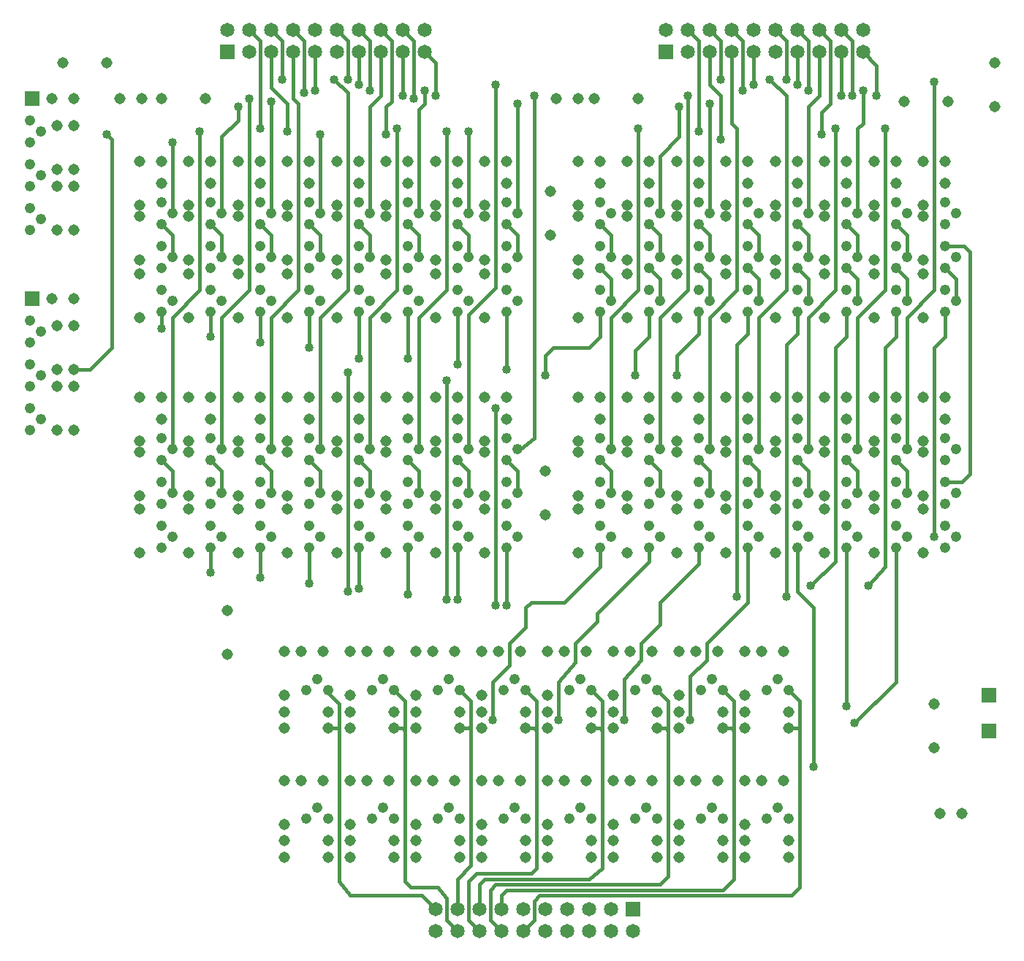
<source format=gtl>
G75*
G70*
%OFA0B0*%
%FSLAX24Y24*%
%IPPOS*%
%LPD*%
%AMOC8*
5,1,8,0,0,1.08239X$1,22.5*
%
%ADD10C,0.0476*%
%ADD11C,0.0515*%
%ADD12R,0.0650X0.0650*%
%ADD13C,0.0650*%
%ADD14R,0.0709X0.0709*%
%ADD15C,0.0160*%
%ADD16C,0.0400*%
D10*
X016285Y009250D03*
X016785Y009750D03*
X017285Y009250D03*
X019285Y009250D03*
X019785Y009750D03*
X020285Y009250D03*
X022285Y009250D03*
X022785Y009750D03*
X023285Y009250D03*
X025285Y009250D03*
X025785Y009750D03*
X026285Y009250D03*
X028285Y009250D03*
X028785Y009750D03*
X029285Y009250D03*
X031285Y009250D03*
X031785Y009750D03*
X032285Y009250D03*
X034285Y009250D03*
X034785Y009750D03*
X035285Y009250D03*
X037285Y009250D03*
X037785Y009750D03*
X038285Y009250D03*
X038285Y015125D03*
X037785Y015625D03*
X037285Y015125D03*
X035285Y015125D03*
X034785Y015625D03*
X034285Y015125D03*
X032285Y015125D03*
X031785Y015625D03*
X031285Y015125D03*
X029285Y015125D03*
X028785Y015625D03*
X028285Y015125D03*
X026285Y015125D03*
X025785Y015625D03*
X025285Y015125D03*
X023285Y015125D03*
X022785Y015625D03*
X022285Y015125D03*
X020285Y015125D03*
X019785Y015625D03*
X019285Y015125D03*
X017285Y015125D03*
X016785Y015625D03*
X016285Y015125D03*
X016410Y021625D03*
X016910Y022125D03*
X016410Y022625D03*
X016410Y023625D03*
X016910Y024125D03*
X016410Y024625D03*
X016410Y025625D03*
X016910Y026125D03*
X016410Y026625D03*
X014660Y026125D03*
X014160Y025625D03*
X014160Y024625D03*
X014660Y024125D03*
X014160Y023625D03*
X014160Y022625D03*
X014660Y022125D03*
X014160Y021625D03*
X012410Y022125D03*
X011910Y021625D03*
X011910Y022625D03*
X011910Y023625D03*
X012410Y024125D03*
X011910Y024625D03*
X011910Y025625D03*
X012410Y026125D03*
X011910Y026625D03*
X010160Y026125D03*
X009660Y025625D03*
X009660Y024625D03*
X010160Y024125D03*
X009660Y023625D03*
X009660Y022625D03*
X010160Y022125D03*
X009660Y021625D03*
X009660Y026625D03*
X014160Y026625D03*
X018660Y026625D03*
X019160Y026125D03*
X018660Y025625D03*
X018660Y024625D03*
X019160Y024125D03*
X018660Y023625D03*
X018660Y022625D03*
X019160Y022125D03*
X018660Y021625D03*
X020910Y021625D03*
X021410Y022125D03*
X020910Y022625D03*
X020910Y023625D03*
X021410Y024125D03*
X020910Y024625D03*
X020910Y025625D03*
X021410Y026125D03*
X020910Y026625D03*
X023160Y026625D03*
X023660Y026125D03*
X023160Y025625D03*
X023160Y024625D03*
X023660Y024125D03*
X023160Y023625D03*
X023160Y022625D03*
X023660Y022125D03*
X023160Y021625D03*
X025410Y021625D03*
X025910Y022125D03*
X025410Y022625D03*
X025410Y023625D03*
X025910Y024125D03*
X025410Y024625D03*
X025410Y025625D03*
X025910Y026125D03*
X025410Y026625D03*
X029660Y026625D03*
X030160Y026125D03*
X029660Y025625D03*
X029660Y024625D03*
X030160Y024125D03*
X029660Y023625D03*
X029660Y022625D03*
X030160Y022125D03*
X029660Y021625D03*
X031910Y021625D03*
X032410Y022125D03*
X031910Y022625D03*
X031910Y023625D03*
X032410Y024125D03*
X031910Y024625D03*
X031910Y025625D03*
X032410Y026125D03*
X031910Y026625D03*
X034160Y026625D03*
X034660Y026125D03*
X034160Y025625D03*
X034160Y024625D03*
X034660Y024125D03*
X034160Y023625D03*
X034160Y022625D03*
X034660Y022125D03*
X034160Y021625D03*
X036410Y021625D03*
X036910Y022125D03*
X036410Y022625D03*
X036410Y023625D03*
X036910Y024125D03*
X036410Y024625D03*
X036410Y025625D03*
X036910Y026125D03*
X036410Y026625D03*
X038660Y026625D03*
X039160Y026125D03*
X038660Y025625D03*
X038660Y024625D03*
X039160Y024125D03*
X038660Y023625D03*
X038660Y022625D03*
X039160Y022125D03*
X038660Y021625D03*
X040910Y021625D03*
X041410Y022125D03*
X040910Y022625D03*
X040910Y023625D03*
X041410Y024125D03*
X040910Y024625D03*
X040910Y025625D03*
X041410Y026125D03*
X040910Y026625D03*
X043160Y026625D03*
X043660Y026125D03*
X043160Y025625D03*
X043160Y024625D03*
X043660Y024125D03*
X043160Y023625D03*
X043160Y022625D03*
X043660Y022125D03*
X043160Y021625D03*
X045410Y021625D03*
X045910Y022125D03*
X045410Y022625D03*
X045410Y023625D03*
X045910Y024125D03*
X045410Y024625D03*
X045410Y025625D03*
X045910Y026125D03*
X045410Y026625D03*
X045410Y032375D03*
X045910Y032875D03*
X045410Y033375D03*
X045410Y034375D03*
X045910Y034875D03*
X045410Y035375D03*
X045410Y036375D03*
X045910Y036875D03*
X045410Y037375D03*
X043660Y036875D03*
X043160Y036375D03*
X043160Y035375D03*
X043660Y034875D03*
X043160Y034375D03*
X043160Y033375D03*
X043660Y032875D03*
X043160Y032375D03*
X041410Y032875D03*
X040910Y032375D03*
X040910Y033375D03*
X040910Y034375D03*
X041410Y034875D03*
X040910Y035375D03*
X040910Y036375D03*
X041410Y036875D03*
X040910Y037375D03*
X039160Y036875D03*
X038660Y036375D03*
X038660Y035375D03*
X039160Y034875D03*
X038660Y034375D03*
X038660Y033375D03*
X039160Y032875D03*
X038660Y032375D03*
X036910Y032875D03*
X036410Y032375D03*
X036410Y033375D03*
X036410Y034375D03*
X036910Y034875D03*
X036410Y035375D03*
X036410Y036375D03*
X036910Y036875D03*
X036410Y037375D03*
X034660Y036875D03*
X034160Y036375D03*
X034160Y035375D03*
X034660Y034875D03*
X034160Y034375D03*
X034160Y033375D03*
X034660Y032875D03*
X034160Y032375D03*
X032410Y032875D03*
X031910Y032375D03*
X031910Y033375D03*
X031910Y034375D03*
X032410Y034875D03*
X031910Y035375D03*
X031910Y036375D03*
X032410Y036875D03*
X031910Y037375D03*
X030160Y036875D03*
X029660Y036375D03*
X029660Y035375D03*
X030160Y034875D03*
X029660Y034375D03*
X029660Y033375D03*
X030160Y032875D03*
X029660Y032375D03*
X025910Y032875D03*
X025410Y032375D03*
X025410Y033375D03*
X025410Y034375D03*
X025910Y034875D03*
X025410Y035375D03*
X025410Y036375D03*
X025910Y036875D03*
X025410Y037375D03*
X023660Y036875D03*
X023160Y036375D03*
X023160Y035375D03*
X023660Y034875D03*
X023160Y034375D03*
X023160Y033375D03*
X023660Y032875D03*
X023160Y032375D03*
X021410Y032875D03*
X020910Y032375D03*
X020910Y033375D03*
X020910Y034375D03*
X021410Y034875D03*
X020910Y035375D03*
X020910Y036375D03*
X021410Y036875D03*
X020910Y037375D03*
X019160Y036875D03*
X018660Y036375D03*
X018660Y035375D03*
X019160Y034875D03*
X018660Y034375D03*
X018660Y033375D03*
X019160Y032875D03*
X018660Y032375D03*
X016910Y032875D03*
X016410Y032375D03*
X016410Y033375D03*
X016410Y034375D03*
X016910Y034875D03*
X016410Y035375D03*
X016410Y036375D03*
X016910Y036875D03*
X016410Y037375D03*
X014660Y036875D03*
X014160Y036375D03*
X014160Y035375D03*
X014660Y034875D03*
X014160Y034375D03*
X014160Y033375D03*
X014660Y032875D03*
X014160Y032375D03*
X012410Y032875D03*
X011910Y032375D03*
X011910Y033375D03*
X011910Y034375D03*
X012410Y034875D03*
X011910Y035375D03*
X011910Y036375D03*
X012410Y036875D03*
X011910Y037375D03*
X010160Y036875D03*
X009660Y036375D03*
X009660Y035375D03*
X010160Y034875D03*
X009660Y034375D03*
X009660Y033375D03*
X010160Y032875D03*
X009660Y032375D03*
X009660Y037375D03*
X014160Y037375D03*
X018660Y037375D03*
X023160Y037375D03*
X029660Y037375D03*
X034160Y037375D03*
X038660Y037375D03*
X043160Y037375D03*
X004160Y036625D03*
X003660Y036125D03*
X003660Y037125D03*
X003660Y038125D03*
X004160Y038625D03*
X003660Y039125D03*
X003660Y040125D03*
X004160Y040625D03*
X003660Y041125D03*
X003660Y032000D03*
X004160Y031500D03*
X003660Y031000D03*
X003660Y030000D03*
X004160Y029500D03*
X003660Y029000D03*
X003660Y028000D03*
X004160Y027500D03*
X003660Y027000D03*
D11*
X015285Y007500D03*
X015285Y008250D03*
X015285Y009000D03*
X015285Y011000D03*
X016035Y011000D03*
X017035Y011000D03*
X018285Y011000D03*
X019035Y011000D03*
X020035Y011000D03*
X021285Y011000D03*
X022035Y011000D03*
X023035Y011000D03*
X024285Y011000D03*
X025035Y011000D03*
X026035Y011000D03*
X027285Y011000D03*
X028035Y011000D03*
X029035Y011000D03*
X030285Y011000D03*
X031035Y011000D03*
X032035Y011000D03*
X033285Y011000D03*
X034035Y011000D03*
X035035Y011000D03*
X036285Y011000D03*
X037035Y011000D03*
X038035Y011000D03*
X036285Y009000D03*
X036285Y008250D03*
X036285Y007500D03*
X035285Y007500D03*
X035285Y008250D03*
X033285Y008250D03*
X033285Y007500D03*
X032285Y007500D03*
X032285Y008250D03*
X033285Y009000D03*
X030285Y009000D03*
X030285Y008250D03*
X030285Y007500D03*
X029285Y007500D03*
X029285Y008250D03*
X027285Y008250D03*
X027285Y007500D03*
X026285Y007500D03*
X026285Y008250D03*
X027285Y009000D03*
X024285Y009000D03*
X024285Y008250D03*
X024285Y007500D03*
X023285Y007500D03*
X023285Y008250D03*
X021285Y008250D03*
X021285Y007500D03*
X020285Y007500D03*
X020285Y008250D03*
X021285Y009000D03*
X018285Y009000D03*
X018285Y008250D03*
X018285Y007500D03*
X017285Y007500D03*
X017285Y008250D03*
X017285Y013375D03*
X017285Y014125D03*
X018285Y014125D03*
X018285Y013375D03*
X018285Y014875D03*
X018285Y016875D03*
X019035Y016875D03*
X020035Y016875D03*
X021285Y016875D03*
X022035Y016875D03*
X023035Y016875D03*
X024285Y016875D03*
X025035Y016875D03*
X026035Y016875D03*
X027285Y016875D03*
X028035Y016875D03*
X029035Y016875D03*
X030285Y016875D03*
X031035Y016875D03*
X032035Y016875D03*
X033285Y016875D03*
X034035Y016875D03*
X035035Y016875D03*
X036285Y016875D03*
X037035Y016875D03*
X038035Y016875D03*
X036285Y014875D03*
X036285Y014125D03*
X036285Y013375D03*
X035285Y013375D03*
X035285Y014125D03*
X033285Y014125D03*
X033285Y013375D03*
X032285Y013375D03*
X032285Y014125D03*
X033285Y014875D03*
X030285Y014875D03*
X030285Y014125D03*
X030285Y013375D03*
X029285Y013375D03*
X029285Y014125D03*
X027285Y014125D03*
X027285Y013375D03*
X026285Y013375D03*
X026285Y014125D03*
X027285Y014875D03*
X024285Y014875D03*
X024285Y014125D03*
X024285Y013375D03*
X023285Y013375D03*
X023285Y014125D03*
X021285Y014125D03*
X021285Y013375D03*
X020285Y013375D03*
X020285Y014125D03*
X021285Y014875D03*
X017035Y016875D03*
X016035Y016875D03*
X015285Y016875D03*
X015285Y014875D03*
X015285Y014125D03*
X015285Y013375D03*
X012660Y016750D03*
X012660Y018750D03*
X013160Y021375D03*
X013160Y023375D03*
X013160Y024000D03*
X013160Y026000D03*
X013160Y026500D03*
X014160Y027500D03*
X014160Y028500D03*
X013160Y028500D03*
X011910Y028500D03*
X010910Y028500D03*
X011910Y027500D03*
X010910Y026500D03*
X010910Y026000D03*
X009660Y027500D03*
X009660Y028500D03*
X008660Y028500D03*
X008660Y026500D03*
X008660Y026000D03*
X008660Y024000D03*
X008660Y023375D03*
X008660Y021375D03*
X010910Y021375D03*
X010910Y023375D03*
X010910Y024000D03*
X015410Y024000D03*
X015410Y023375D03*
X015410Y021375D03*
X017660Y021375D03*
X017660Y023375D03*
X017660Y024000D03*
X017660Y026000D03*
X017660Y026500D03*
X018660Y027500D03*
X018660Y028500D03*
X017660Y028500D03*
X016410Y028500D03*
X015410Y028500D03*
X016410Y027500D03*
X015410Y026500D03*
X015410Y026000D03*
X019910Y026000D03*
X019910Y026500D03*
X020910Y027500D03*
X020910Y028500D03*
X019910Y028500D03*
X022160Y028500D03*
X023160Y028500D03*
X023160Y027500D03*
X022160Y026500D03*
X022160Y026000D03*
X022160Y024000D03*
X022160Y023375D03*
X022160Y021375D03*
X019910Y021375D03*
X019910Y023375D03*
X019910Y024000D03*
X024410Y024000D03*
X024410Y023375D03*
X024410Y021375D03*
X027160Y023125D03*
X028660Y023375D03*
X028660Y024000D03*
X027160Y025125D03*
X028660Y026000D03*
X028660Y026500D03*
X029660Y027500D03*
X029660Y028500D03*
X028660Y028500D03*
X030910Y028500D03*
X031910Y028500D03*
X031910Y027500D03*
X030910Y026500D03*
X030910Y026000D03*
X030910Y024000D03*
X030910Y023375D03*
X030910Y021375D03*
X028660Y021375D03*
X033160Y021375D03*
X033160Y023375D03*
X033160Y024000D03*
X033160Y026000D03*
X033160Y026500D03*
X034160Y027500D03*
X034160Y028500D03*
X033160Y028500D03*
X035410Y028500D03*
X036410Y028500D03*
X036410Y027500D03*
X035410Y026500D03*
X035410Y026000D03*
X035410Y024000D03*
X035410Y023375D03*
X035410Y021375D03*
X037660Y021375D03*
X037660Y023375D03*
X037660Y024000D03*
X037660Y026000D03*
X037660Y026500D03*
X038660Y027500D03*
X038660Y028500D03*
X037660Y028500D03*
X039910Y028500D03*
X040910Y028500D03*
X040910Y027500D03*
X042160Y026500D03*
X042160Y026000D03*
X043160Y027500D03*
X043160Y028500D03*
X042160Y028500D03*
X044410Y028500D03*
X045410Y028500D03*
X045410Y027500D03*
X044410Y026500D03*
X044410Y026000D03*
X044410Y024000D03*
X044410Y023375D03*
X044410Y021375D03*
X042160Y021375D03*
X042160Y023375D03*
X042160Y024000D03*
X039910Y024000D03*
X039910Y023375D03*
X039910Y021375D03*
X039910Y026000D03*
X039910Y026500D03*
X039910Y032125D03*
X039910Y034125D03*
X039910Y034750D03*
X039910Y036750D03*
X039910Y037250D03*
X038660Y038250D03*
X038660Y039250D03*
X037660Y039250D03*
X036410Y039250D03*
X035410Y039250D03*
X034160Y039250D03*
X033160Y039250D03*
X034160Y038250D03*
X033160Y037250D03*
X033160Y036750D03*
X031910Y038250D03*
X031910Y039250D03*
X030910Y039250D03*
X029660Y039250D03*
X028660Y039250D03*
X029660Y038250D03*
X028660Y037250D03*
X028660Y036750D03*
X027410Y035875D03*
X028660Y034750D03*
X028660Y034125D03*
X028660Y032125D03*
X030910Y032125D03*
X030910Y034125D03*
X030910Y034750D03*
X030910Y036750D03*
X030910Y037250D03*
X033160Y034750D03*
X033160Y034125D03*
X033160Y032125D03*
X035410Y032125D03*
X035410Y034125D03*
X035410Y034750D03*
X035410Y036750D03*
X035410Y037250D03*
X036410Y038250D03*
X037660Y037250D03*
X037660Y036750D03*
X037660Y034750D03*
X037660Y034125D03*
X037660Y032125D03*
X042160Y032125D03*
X042160Y034125D03*
X042160Y034750D03*
X042160Y036750D03*
X042160Y037250D03*
X043160Y038250D03*
X043160Y039250D03*
X042160Y039250D03*
X040910Y039250D03*
X040910Y038250D03*
X039910Y039250D03*
X043535Y042000D03*
X045535Y042000D03*
X047660Y041750D03*
X047660Y043750D03*
X045410Y039250D03*
X044410Y039250D03*
X045410Y038250D03*
X044410Y037250D03*
X044410Y036750D03*
X044410Y034750D03*
X044410Y034125D03*
X044410Y032125D03*
X031410Y042125D03*
X029410Y042125D03*
X028660Y042125D03*
X027660Y042125D03*
X025410Y039250D03*
X024410Y039250D03*
X025410Y038250D03*
X024410Y037250D03*
X024410Y036750D03*
X023160Y038250D03*
X023160Y039250D03*
X022160Y039250D03*
X020910Y039250D03*
X019910Y039250D03*
X020910Y038250D03*
X019910Y037250D03*
X019910Y036750D03*
X018660Y038250D03*
X018660Y039250D03*
X017660Y039250D03*
X016410Y039250D03*
X015410Y039250D03*
X016410Y038250D03*
X015410Y037250D03*
X015410Y036750D03*
X014160Y038250D03*
X014160Y039250D03*
X013160Y039250D03*
X011910Y039250D03*
X010910Y039250D03*
X011910Y038250D03*
X010910Y037250D03*
X010910Y036750D03*
X009660Y038250D03*
X009660Y039250D03*
X008660Y039250D03*
X008660Y037250D03*
X008660Y036750D03*
X008660Y034750D03*
X008660Y034125D03*
X008660Y032125D03*
X010910Y032125D03*
X010910Y034125D03*
X010910Y034750D03*
X013160Y034750D03*
X013160Y034125D03*
X013160Y032125D03*
X015410Y032125D03*
X015410Y034125D03*
X015410Y034750D03*
X017660Y034750D03*
X017660Y034125D03*
X017660Y032125D03*
X019910Y032125D03*
X019910Y034125D03*
X019910Y034750D03*
X022160Y034750D03*
X022160Y034125D03*
X022160Y032125D03*
X024410Y032125D03*
X024410Y034125D03*
X024410Y034750D03*
X022160Y036750D03*
X022160Y037250D03*
X017660Y037250D03*
X017660Y036750D03*
X013160Y036750D03*
X013160Y037250D03*
X011660Y042125D03*
X009660Y042125D03*
X008785Y042125D03*
X007785Y042125D03*
X007160Y043750D03*
X005660Y042125D03*
X004660Y042125D03*
X004910Y040875D03*
X005660Y040875D03*
X005660Y038875D03*
X005660Y038125D03*
X004910Y038125D03*
X004910Y038875D03*
X004910Y036125D03*
X005660Y036125D03*
X005660Y033000D03*
X004660Y033000D03*
X004910Y031750D03*
X005660Y031750D03*
X005660Y029750D03*
X004910Y029750D03*
X004910Y029000D03*
X005660Y029000D03*
X005660Y027000D03*
X004910Y027000D03*
X005160Y043750D03*
X024410Y028500D03*
X025410Y028500D03*
X025410Y027500D03*
X024410Y026500D03*
X024410Y026000D03*
X027410Y037875D03*
X044910Y014500D03*
X044910Y012500D03*
X045160Y009500D03*
X046160Y009500D03*
X038285Y008250D03*
X038285Y007500D03*
X038285Y013375D03*
X038285Y014125D03*
D12*
X031160Y005125D03*
X032660Y044250D03*
X012660Y044250D03*
D13*
X012660Y045250D03*
X013660Y045250D03*
X013660Y044250D03*
X014660Y044250D03*
X014660Y045250D03*
X015660Y045250D03*
X015660Y044250D03*
X016660Y044250D03*
X016660Y045250D03*
X017660Y045250D03*
X017660Y044250D03*
X018660Y044250D03*
X018660Y045250D03*
X019660Y045250D03*
X019660Y044250D03*
X020660Y044250D03*
X020660Y045250D03*
X021660Y045250D03*
X021660Y044250D03*
X032660Y045250D03*
X033660Y045250D03*
X033660Y044250D03*
X034660Y044250D03*
X034660Y045250D03*
X035660Y045250D03*
X035660Y044250D03*
X036660Y044250D03*
X036660Y045250D03*
X037660Y045250D03*
X037660Y044250D03*
X038660Y044250D03*
X038660Y045250D03*
X039660Y045250D03*
X039660Y044250D03*
X040660Y044250D03*
X040660Y045250D03*
X041660Y045250D03*
X041660Y044250D03*
X030160Y005125D03*
X029160Y005125D03*
X028160Y005125D03*
X027160Y005125D03*
X026160Y005125D03*
X025160Y005125D03*
X024160Y005125D03*
X024160Y004125D03*
X025160Y004125D03*
X026160Y004125D03*
X027160Y004125D03*
X028160Y004125D03*
X029160Y004125D03*
X030160Y004125D03*
X031160Y004125D03*
X023160Y004125D03*
X022160Y004125D03*
X022160Y005125D03*
X023160Y005125D03*
D14*
X047410Y013250D03*
X047410Y014875D03*
X003785Y033000D03*
X003785Y042125D03*
D15*
X007160Y040500D02*
X007410Y040250D01*
X007410Y030750D01*
X006410Y029750D01*
X005660Y029750D01*
X009660Y031625D02*
X009660Y032375D01*
X010160Y032125D02*
X011410Y033375D01*
X011410Y040625D01*
X012410Y040375D02*
X012410Y036875D01*
X011910Y036375D02*
X012410Y035875D01*
X012410Y034875D01*
X013660Y033375D02*
X013660Y042125D01*
X013160Y041750D02*
X013160Y041125D01*
X012410Y040375D01*
X014160Y040750D02*
X014160Y044750D01*
X013660Y045250D01*
X014660Y045250D02*
X015160Y044750D01*
X015160Y043000D01*
X014660Y042625D02*
X014660Y044250D01*
X015660Y044250D02*
X015660Y042125D01*
X015910Y041875D01*
X015910Y033375D01*
X014660Y032125D01*
X014660Y026125D01*
X014160Y025625D02*
X014660Y025125D01*
X014660Y024125D01*
X012410Y024125D02*
X012410Y025125D01*
X011910Y025625D01*
X012410Y026125D02*
X012410Y032125D01*
X013660Y033375D01*
X014160Y032375D02*
X014160Y031000D01*
X011910Y031250D02*
X011910Y032375D01*
X010160Y032125D02*
X010160Y026125D01*
X009660Y025625D02*
X010160Y025125D01*
X010160Y024125D01*
X011910Y021625D02*
X011910Y020500D01*
X014160Y020250D02*
X014160Y021625D01*
X016410Y021625D02*
X016410Y020000D01*
X018160Y019625D02*
X018160Y029625D01*
X018660Y030250D02*
X018660Y032375D01*
X019160Y032125D02*
X020410Y033375D01*
X020410Y040750D01*
X019910Y040500D02*
X019910Y041750D01*
X020160Y042000D01*
X020160Y044750D01*
X019660Y045250D01*
X019160Y044750D02*
X019160Y042500D01*
X018660Y042750D02*
X018660Y044250D01*
X018160Y044750D02*
X017660Y045250D01*
X018160Y044750D02*
X018160Y043000D01*
X017535Y043000D02*
X018160Y042375D01*
X018160Y033375D01*
X016910Y032125D01*
X016910Y026125D01*
X016410Y025625D02*
X016910Y025125D01*
X016910Y024125D01*
X018660Y025625D02*
X019160Y025125D01*
X019160Y024125D01*
X019160Y026125D02*
X019160Y032125D01*
X020910Y032375D02*
X020910Y030250D01*
X022660Y029250D02*
X022660Y019250D01*
X023160Y019250D02*
X023160Y021625D01*
X020910Y021625D02*
X020910Y019500D01*
X018660Y019750D02*
X018660Y021625D01*
X021410Y024125D02*
X021410Y025125D01*
X020910Y025625D01*
X021410Y026125D02*
X021410Y032125D01*
X022660Y033375D01*
X022660Y040625D01*
X021410Y041625D02*
X021410Y036875D01*
X020910Y036375D02*
X021410Y035875D01*
X021410Y034875D01*
X023160Y036375D02*
X023660Y035875D01*
X023660Y034875D01*
X024910Y033500D02*
X024910Y042750D01*
X025910Y041875D02*
X025910Y036875D01*
X025410Y036375D02*
X025910Y035875D01*
X025910Y034875D01*
X024910Y033500D02*
X023660Y032250D01*
X023660Y026125D01*
X023160Y025625D02*
X023660Y025125D01*
X023660Y024125D01*
X025410Y025625D02*
X025910Y025125D01*
X025910Y024125D01*
X025910Y026125D02*
X026035Y026125D01*
X026660Y026625D01*
X026660Y042250D01*
X023660Y040625D02*
X023660Y036875D01*
X023160Y032375D02*
X023160Y030000D01*
X024910Y028000D02*
X024910Y019000D01*
X025410Y019000D02*
X025410Y021625D01*
X026535Y019125D02*
X026285Y018875D01*
X026285Y018000D01*
X025535Y017250D01*
X025535Y016250D01*
X024785Y015500D01*
X024785Y013750D01*
X023785Y013500D02*
X023785Y014625D01*
X023285Y015125D01*
X023785Y013500D02*
X023660Y013375D01*
X023285Y013375D01*
X023785Y013500D02*
X023785Y007125D01*
X023160Y006500D01*
X023160Y005125D01*
X022660Y004625D02*
X023160Y004125D01*
X022660Y004625D02*
X022660Y005625D01*
X022285Y006125D01*
X021035Y006125D01*
X020785Y006375D01*
X020785Y013250D01*
X020660Y013375D01*
X020285Y013375D01*
X020785Y013250D02*
X020785Y014625D01*
X020285Y015125D01*
X017785Y014500D02*
X017785Y013500D01*
X017785Y013375D01*
X017285Y013375D01*
X017785Y013375D02*
X017785Y006375D01*
X018285Y005750D01*
X021535Y005750D01*
X022160Y005125D01*
X023660Y004625D02*
X023660Y006375D01*
X024035Y006750D01*
X026535Y006750D01*
X026785Y007000D01*
X026785Y013250D01*
X026660Y013375D01*
X026285Y013375D01*
X026785Y013250D02*
X026785Y014625D01*
X026285Y015125D01*
X027785Y015500D02*
X027785Y013750D01*
X029285Y013375D02*
X029660Y013375D01*
X029785Y013250D01*
X029785Y007000D01*
X029160Y006500D01*
X024410Y006500D01*
X024160Y006250D01*
X024160Y005125D01*
X023660Y004625D02*
X024160Y004125D01*
X024660Y004625D02*
X024660Y006000D01*
X024910Y006250D01*
X032410Y006250D01*
X032785Y006625D01*
X032785Y013250D01*
X032660Y013375D01*
X032285Y013375D01*
X032785Y013250D02*
X032785Y014625D01*
X032285Y015125D01*
X031535Y016500D02*
X030785Y015625D01*
X030785Y013750D01*
X029785Y013250D02*
X029785Y014625D01*
X029285Y015125D01*
X028535Y016375D02*
X027785Y015500D01*
X028535Y016375D02*
X028535Y017250D01*
X029535Y018250D01*
X029535Y018625D01*
X031910Y021000D01*
X031910Y021625D01*
X029660Y021625D02*
X029660Y020750D01*
X028035Y019125D01*
X026535Y019125D01*
X031535Y017250D02*
X031535Y016500D01*
X031535Y017250D02*
X032410Y018125D01*
X032410Y019125D01*
X034160Y020875D01*
X034160Y021625D01*
X036410Y021625D02*
X036410Y019125D01*
X034535Y017250D01*
X034535Y016500D01*
X033785Y015750D01*
X033785Y013750D01*
X035285Y013375D02*
X035660Y013375D01*
X035785Y013250D01*
X035785Y006500D01*
X035285Y006000D01*
X025410Y006000D01*
X025160Y005750D01*
X025160Y005125D01*
X024660Y004625D02*
X025160Y004125D01*
X026160Y004125D02*
X026660Y004625D01*
X026660Y005500D01*
X026910Y005750D01*
X038410Y005750D01*
X038785Y006125D01*
X038785Y013375D01*
X038285Y013375D01*
X038785Y013375D02*
X038785Y014625D01*
X038285Y015125D01*
X035785Y014625D02*
X035785Y013250D01*
X035785Y014625D02*
X035285Y015125D01*
X039410Y011625D02*
X039410Y018875D01*
X038660Y019625D01*
X038660Y021625D01*
X040410Y021000D02*
X039285Y019875D01*
X038160Y019375D02*
X038160Y030875D01*
X038660Y031375D01*
X038660Y032375D01*
X039160Y032125D02*
X040410Y033375D01*
X040410Y040750D01*
X039785Y040500D02*
X039785Y041500D01*
X040160Y041875D01*
X040160Y044750D01*
X039660Y045250D01*
X039160Y044750D02*
X039160Y042500D01*
X038660Y042750D02*
X038660Y044250D01*
X038160Y044750D02*
X038160Y043000D01*
X037410Y043000D02*
X038160Y042250D01*
X038160Y033375D01*
X036910Y032125D01*
X036910Y026125D01*
X036410Y025625D02*
X036910Y025125D01*
X036910Y024125D01*
X034660Y024125D02*
X034660Y025125D01*
X034160Y025625D01*
X034660Y026125D02*
X034660Y032125D01*
X035910Y033375D01*
X035910Y040750D01*
X035660Y041000D01*
X035660Y044250D01*
X035160Y044750D02*
X035160Y043000D01*
X034660Y042750D02*
X035160Y042250D01*
X035160Y040250D01*
X034160Y040625D02*
X034160Y044750D01*
X033660Y045250D01*
X034660Y045250D02*
X035160Y044750D01*
X034660Y044250D02*
X034660Y042750D01*
X034660Y041875D02*
X034660Y036875D01*
X034160Y036375D02*
X034660Y035875D01*
X034660Y034875D01*
X034160Y034375D02*
X034660Y033875D01*
X034660Y032875D01*
X034160Y032375D02*
X034160Y031375D01*
X033160Y030375D01*
X033160Y029500D01*
X031285Y029500D02*
X031285Y030625D01*
X031910Y031250D01*
X031910Y032375D01*
X032410Y032125D02*
X033660Y033375D01*
X033660Y042250D01*
X033285Y041750D02*
X033285Y040375D01*
X032410Y039500D01*
X032410Y036875D01*
X031910Y036375D02*
X032410Y035875D01*
X032410Y034875D01*
X031910Y034375D02*
X032410Y033875D01*
X032410Y032875D01*
X032410Y032125D02*
X032410Y026125D01*
X031910Y025625D02*
X032410Y025125D01*
X032410Y024125D01*
X030160Y024125D02*
X030160Y025125D01*
X029660Y025625D01*
X030160Y026125D02*
X030160Y032125D01*
X031410Y033375D01*
X031410Y040750D01*
X029660Y036375D02*
X030160Y035875D01*
X030160Y034875D01*
X029660Y034375D02*
X030160Y033875D01*
X030160Y032875D01*
X029660Y032375D02*
X029660Y031250D01*
X029160Y030750D01*
X027535Y030750D01*
X027160Y030375D01*
X027160Y029500D01*
X025410Y029750D02*
X025410Y032375D01*
X019160Y034875D02*
X019160Y035875D01*
X018660Y036375D01*
X019160Y036875D02*
X019160Y041750D01*
X019660Y042250D01*
X019660Y044250D01*
X019160Y044750D02*
X018660Y045250D01*
X020660Y045250D02*
X021160Y044750D01*
X021160Y042125D01*
X020660Y042250D02*
X020660Y044250D01*
X021660Y044250D02*
X022160Y043750D01*
X022160Y042250D01*
X021660Y042500D02*
X021660Y041875D01*
X021410Y041625D01*
X016910Y040500D02*
X016910Y036875D01*
X016410Y036375D02*
X016910Y035875D01*
X016910Y034875D01*
X014660Y034875D02*
X014660Y035875D01*
X014160Y036375D01*
X014660Y036875D02*
X014660Y042000D01*
X014660Y042625D02*
X015410Y041875D01*
X015410Y040625D01*
X016160Y042375D02*
X016160Y044750D01*
X015660Y045250D01*
X016660Y044250D02*
X016660Y042500D01*
X010160Y040125D02*
X010160Y036875D01*
X009660Y036375D02*
X010160Y035875D01*
X010160Y034875D01*
X016410Y032375D02*
X016410Y030750D01*
X017285Y015125D02*
X017285Y015000D01*
X017785Y014500D01*
X035910Y019375D02*
X035910Y030875D01*
X036410Y031375D01*
X036410Y032375D01*
X036910Y032875D02*
X036910Y033875D01*
X036410Y034375D01*
X036910Y034875D02*
X036910Y035875D01*
X036410Y036375D01*
X038660Y036375D02*
X039160Y035875D01*
X039160Y034875D01*
X038660Y034375D02*
X039160Y033875D01*
X039160Y032875D01*
X039160Y032125D02*
X039160Y026125D01*
X038660Y025625D02*
X039160Y025125D01*
X039160Y024125D01*
X040910Y025625D02*
X041410Y025125D01*
X041410Y024125D01*
X043160Y025625D02*
X043660Y025125D01*
X043660Y024125D01*
X045410Y024625D02*
X046160Y024625D01*
X046535Y025000D01*
X046535Y035125D01*
X046285Y035375D01*
X045410Y035375D01*
X045410Y034375D02*
X045910Y033875D01*
X045910Y032875D01*
X045410Y032375D02*
X045410Y031250D01*
X044910Y030750D01*
X044910Y022125D01*
X043160Y021625D02*
X043160Y015500D01*
X041285Y013625D01*
X040910Y014375D02*
X040910Y021625D01*
X040410Y021000D02*
X040410Y030750D01*
X040910Y031250D01*
X040910Y032375D01*
X041410Y032125D02*
X042660Y033375D01*
X042660Y040750D01*
X041660Y041000D02*
X041410Y040750D01*
X041410Y036875D01*
X040910Y036375D02*
X041410Y035875D01*
X041410Y034875D01*
X040910Y034375D02*
X041410Y033875D01*
X041410Y032875D01*
X041410Y032125D02*
X041410Y026125D01*
X043660Y026125D02*
X043660Y032125D01*
X044910Y033375D01*
X044910Y042875D01*
X042285Y042250D02*
X042285Y043625D01*
X041660Y044250D01*
X041160Y044750D02*
X041160Y042250D01*
X040660Y042250D02*
X040660Y044250D01*
X041160Y044750D02*
X040660Y045250D01*
X039660Y044250D02*
X039660Y042250D01*
X039160Y041750D01*
X039160Y036875D01*
X043160Y036375D02*
X043660Y035875D01*
X043660Y034875D01*
X043160Y034375D02*
X043660Y033875D01*
X043660Y032875D01*
X043160Y032375D02*
X043160Y031250D01*
X042660Y030750D01*
X042660Y020750D01*
X041910Y019875D01*
X041660Y041000D02*
X041660Y042500D01*
X039160Y044750D02*
X038660Y045250D01*
X038160Y044750D02*
X037660Y045250D01*
X036660Y044250D02*
X036660Y042750D01*
X036160Y042500D02*
X036160Y044750D01*
X035660Y045250D01*
D16*
X035160Y043000D03*
X036160Y042500D03*
X036660Y042750D03*
X037410Y043000D03*
X038160Y043000D03*
X038660Y042750D03*
X039160Y042500D03*
X040660Y042250D03*
X041160Y042250D03*
X041660Y042500D03*
X042285Y042250D03*
X042660Y040750D03*
X040410Y040750D03*
X039785Y040500D03*
X035160Y040250D03*
X034160Y040625D03*
X034660Y041875D03*
X033660Y042250D03*
X033285Y041750D03*
X031410Y040750D03*
X026660Y042250D03*
X025910Y041875D03*
X024910Y042750D03*
X023660Y040625D03*
X022660Y040625D03*
X022160Y042250D03*
X021660Y042500D03*
X021160Y042125D03*
X020660Y042250D03*
X019160Y042500D03*
X018660Y042750D03*
X018160Y043000D03*
X017535Y043000D03*
X016660Y042500D03*
X016160Y042375D03*
X015160Y043000D03*
X014660Y042000D03*
X013660Y042125D03*
X013160Y041750D03*
X014160Y040750D03*
X015410Y040625D03*
X016910Y040500D03*
X019910Y040500D03*
X020410Y040750D03*
X011410Y040625D03*
X010160Y040125D03*
X007160Y040500D03*
X009660Y031625D03*
X011910Y031250D03*
X014160Y031000D03*
X016410Y030750D03*
X018160Y029625D03*
X018660Y030250D03*
X020910Y030250D03*
X022660Y029250D03*
X023160Y030000D03*
X024910Y028000D03*
X025410Y029750D03*
X027160Y029500D03*
X031285Y029500D03*
X033160Y029500D03*
X039285Y019875D03*
X038160Y019375D03*
X035910Y019375D03*
X040910Y014375D03*
X041285Y013625D03*
X039410Y011625D03*
X033785Y013750D03*
X030785Y013750D03*
X027785Y013750D03*
X024785Y013750D03*
X024910Y019000D03*
X025410Y019000D03*
X023160Y019250D03*
X022660Y019250D03*
X020910Y019500D03*
X018660Y019750D03*
X018160Y019625D03*
X016410Y020000D03*
X014160Y020250D03*
X011910Y020500D03*
X041910Y019875D03*
X044910Y022125D03*
X044910Y042875D03*
M02*

</source>
